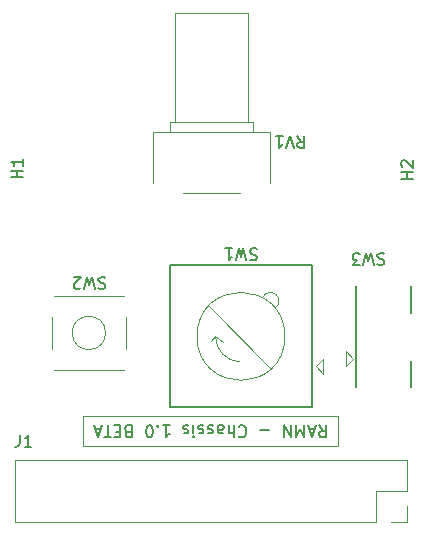
<source format=gbr>
G04 #@! TF.GenerationSoftware,KiCad,Pcbnew,(5.1.4)-1*
G04 #@! TF.CreationDate,2019-12-12T19:52:35+09:00*
G04 #@! TF.ProjectId,microcar_head,6d696372-6f63-4617-925f-686561642e6b,rev?*
G04 #@! TF.SameCoordinates,Original*
G04 #@! TF.FileFunction,Legend,Top*
G04 #@! TF.FilePolarity,Positive*
%FSLAX46Y46*%
G04 Gerber Fmt 4.6, Leading zero omitted, Abs format (unit mm)*
G04 Created by KiCad (PCBNEW (5.1.4)-1) date 2019-12-12 19:52:35*
%MOMM*%
%LPD*%
G04 APERTURE LIST*
%ADD10C,0.120000*%
%ADD11C,0.150000*%
%ADD12C,0.200000*%
G04 APERTURE END LIST*
D10*
X47625000Y-40640000D02*
X48260000Y-40005000D01*
X47625000Y-39370000D02*
X47625000Y-40640000D01*
X48260000Y-40005000D02*
X47625000Y-39370000D01*
X45720000Y-41275000D02*
X45085000Y-40640000D01*
X45720000Y-40005000D02*
X45720000Y-41275000D01*
X45085000Y-40640000D02*
X45720000Y-40005000D01*
X46990000Y-47371000D02*
X25400000Y-47371000D01*
X46990000Y-44831000D02*
X46990000Y-47371000D01*
X25400000Y-44831000D02*
X46990000Y-44831000D01*
X25400000Y-47371000D02*
X25400000Y-44831000D01*
D11*
X45361666Y-45648619D02*
X45695000Y-46124809D01*
X45933095Y-45648619D02*
X45933095Y-46648619D01*
X45552142Y-46648619D01*
X45456904Y-46601000D01*
X45409285Y-46553380D01*
X45361666Y-46458142D01*
X45361666Y-46315285D01*
X45409285Y-46220047D01*
X45456904Y-46172428D01*
X45552142Y-46124809D01*
X45933095Y-46124809D01*
X44980714Y-45934333D02*
X44504523Y-45934333D01*
X45075952Y-45648619D02*
X44742619Y-46648619D01*
X44409285Y-45648619D01*
X44075952Y-45648619D02*
X44075952Y-46648619D01*
X43742619Y-45934333D01*
X43409285Y-46648619D01*
X43409285Y-45648619D01*
X42933095Y-45648619D02*
X42933095Y-46648619D01*
X42361666Y-45648619D01*
X42361666Y-46648619D01*
X41123571Y-46029571D02*
X40361666Y-46029571D01*
X38552142Y-45743857D02*
X38599761Y-45696238D01*
X38742619Y-45648619D01*
X38837857Y-45648619D01*
X38980714Y-45696238D01*
X39075952Y-45791476D01*
X39123571Y-45886714D01*
X39171190Y-46077190D01*
X39171190Y-46220047D01*
X39123571Y-46410523D01*
X39075952Y-46505761D01*
X38980714Y-46601000D01*
X38837857Y-46648619D01*
X38742619Y-46648619D01*
X38599761Y-46601000D01*
X38552142Y-46553380D01*
X38123571Y-45648619D02*
X38123571Y-46648619D01*
X37695000Y-45648619D02*
X37695000Y-46172428D01*
X37742619Y-46267666D01*
X37837857Y-46315285D01*
X37980714Y-46315285D01*
X38075952Y-46267666D01*
X38123571Y-46220047D01*
X36790238Y-45648619D02*
X36790238Y-46172428D01*
X36837857Y-46267666D01*
X36933095Y-46315285D01*
X37123571Y-46315285D01*
X37218809Y-46267666D01*
X36790238Y-45696238D02*
X36885476Y-45648619D01*
X37123571Y-45648619D01*
X37218809Y-45696238D01*
X37266428Y-45791476D01*
X37266428Y-45886714D01*
X37218809Y-45981952D01*
X37123571Y-46029571D01*
X36885476Y-46029571D01*
X36790238Y-46077190D01*
X36361666Y-45696238D02*
X36266428Y-45648619D01*
X36075952Y-45648619D01*
X35980714Y-45696238D01*
X35933095Y-45791476D01*
X35933095Y-45839095D01*
X35980714Y-45934333D01*
X36075952Y-45981952D01*
X36218809Y-45981952D01*
X36314047Y-46029571D01*
X36361666Y-46124809D01*
X36361666Y-46172428D01*
X36314047Y-46267666D01*
X36218809Y-46315285D01*
X36075952Y-46315285D01*
X35980714Y-46267666D01*
X35552142Y-45696238D02*
X35456904Y-45648619D01*
X35266428Y-45648619D01*
X35171190Y-45696238D01*
X35123571Y-45791476D01*
X35123571Y-45839095D01*
X35171190Y-45934333D01*
X35266428Y-45981952D01*
X35409285Y-45981952D01*
X35504523Y-46029571D01*
X35552142Y-46124809D01*
X35552142Y-46172428D01*
X35504523Y-46267666D01*
X35409285Y-46315285D01*
X35266428Y-46315285D01*
X35171190Y-46267666D01*
X34695000Y-45648619D02*
X34695000Y-46315285D01*
X34695000Y-46648619D02*
X34742619Y-46601000D01*
X34695000Y-46553380D01*
X34647380Y-46601000D01*
X34695000Y-46648619D01*
X34695000Y-46553380D01*
X34266428Y-45696238D02*
X34171190Y-45648619D01*
X33980714Y-45648619D01*
X33885476Y-45696238D01*
X33837857Y-45791476D01*
X33837857Y-45839095D01*
X33885476Y-45934333D01*
X33980714Y-45981952D01*
X34123571Y-45981952D01*
X34218809Y-46029571D01*
X34266428Y-46124809D01*
X34266428Y-46172428D01*
X34218809Y-46267666D01*
X34123571Y-46315285D01*
X33980714Y-46315285D01*
X33885476Y-46267666D01*
X32123571Y-45648619D02*
X32695000Y-45648619D01*
X32409285Y-45648619D02*
X32409285Y-46648619D01*
X32504523Y-46505761D01*
X32599761Y-46410523D01*
X32695000Y-46362904D01*
X31695000Y-45743857D02*
X31647380Y-45696238D01*
X31695000Y-45648619D01*
X31742619Y-45696238D01*
X31695000Y-45743857D01*
X31695000Y-45648619D01*
X31028333Y-46648619D02*
X30933095Y-46648619D01*
X30837857Y-46601000D01*
X30790238Y-46553380D01*
X30742619Y-46458142D01*
X30695000Y-46267666D01*
X30695000Y-46029571D01*
X30742619Y-45839095D01*
X30790238Y-45743857D01*
X30837857Y-45696238D01*
X30933095Y-45648619D01*
X31028333Y-45648619D01*
X31123571Y-45696238D01*
X31171190Y-45743857D01*
X31218809Y-45839095D01*
X31266428Y-46029571D01*
X31266428Y-46267666D01*
X31218809Y-46458142D01*
X31171190Y-46553380D01*
X31123571Y-46601000D01*
X31028333Y-46648619D01*
X29171190Y-46172428D02*
X29028333Y-46124809D01*
X28980714Y-46077190D01*
X28933095Y-45981952D01*
X28933095Y-45839095D01*
X28980714Y-45743857D01*
X29028333Y-45696238D01*
X29123571Y-45648619D01*
X29504523Y-45648619D01*
X29504523Y-46648619D01*
X29171190Y-46648619D01*
X29075952Y-46601000D01*
X29028333Y-46553380D01*
X28980714Y-46458142D01*
X28980714Y-46362904D01*
X29028333Y-46267666D01*
X29075952Y-46220047D01*
X29171190Y-46172428D01*
X29504523Y-46172428D01*
X28504523Y-46172428D02*
X28171190Y-46172428D01*
X28028333Y-45648619D02*
X28504523Y-45648619D01*
X28504523Y-46648619D01*
X28028333Y-46648619D01*
X27742619Y-46648619D02*
X27171190Y-46648619D01*
X27456904Y-45648619D02*
X27456904Y-46648619D01*
X26885476Y-45934333D02*
X26409285Y-45934333D01*
X26980714Y-45648619D02*
X26647380Y-46648619D01*
X26314047Y-45648619D01*
D10*
X52765000Y-52451000D02*
X52765000Y-53781000D01*
X52765000Y-53781000D02*
X51435000Y-53781000D01*
X52765000Y-51181000D02*
X50165000Y-51181000D01*
X50165000Y-51181000D02*
X50165000Y-53781000D01*
X50165000Y-53781000D02*
X19625000Y-53781000D01*
X19625000Y-48581000D02*
X19625000Y-53781000D01*
X52765000Y-48581000D02*
X19625000Y-48581000D01*
X52765000Y-48581000D02*
X52765000Y-51181000D01*
X28976000Y-36470000D02*
X28976000Y-39150000D01*
X22736000Y-39150000D02*
X22736000Y-36470000D01*
X22886000Y-34690000D02*
X28826000Y-34690000D01*
X22886000Y-40930000D02*
X28826000Y-40930000D01*
X27270214Y-37810000D02*
G75*
G03X27270214Y-37810000I-1414214J0D01*
G01*
X36576000Y-38100000D02*
X36195000Y-38481000D01*
X36576000Y-38100000D02*
X37211000Y-38608000D01*
X38608219Y-40255274D02*
G75*
G02X36576000Y-38100000I126781J2155274D01*
G01*
X42456559Y-38100000D02*
G75*
G03X42456559Y-38100000I-3721559J0D01*
G01*
X41235000Y-40800000D02*
X36035000Y-35500000D01*
X40590020Y-34777510D02*
G75*
G02X41635000Y-35700000I644980J-322490D01*
G01*
D12*
X32735000Y-44100000D02*
X44735000Y-44100000D01*
X32735000Y-32100000D02*
X32735000Y-44100000D01*
X44735000Y-32100000D02*
X32735000Y-32100000D01*
X44735000Y-44100000D02*
X44735000Y-32100000D01*
D10*
X33115000Y-10764000D02*
X39355000Y-10764000D01*
X33115000Y-19964000D02*
X39355000Y-19964000D01*
X39355000Y-19964000D02*
X39355000Y-10764000D01*
X33115000Y-19964000D02*
X33115000Y-10764000D01*
X32715000Y-19964000D02*
X39755000Y-19964000D01*
X32715000Y-20764000D02*
X39755000Y-20764000D01*
X39755000Y-20764000D02*
X39755000Y-19964000D01*
X32715000Y-20764000D02*
X32715000Y-19964000D01*
X31265000Y-20764000D02*
X41205000Y-20764000D01*
X33791000Y-26004000D02*
X38680000Y-26004000D01*
X41205000Y-25129000D02*
X41205000Y-20764000D01*
X31265000Y-25129000D02*
X31265000Y-20764000D01*
D11*
X48500000Y-42400000D02*
X48500000Y-33800000D01*
X53100000Y-42400000D02*
X53100000Y-40200000D01*
X53100000Y-36100000D02*
X53100000Y-33800000D01*
X19986666Y-46442380D02*
X19986666Y-47156666D01*
X19939047Y-47299523D01*
X19843809Y-47394761D01*
X19700952Y-47442380D01*
X19605714Y-47442380D01*
X20986666Y-47442380D02*
X20415238Y-47442380D01*
X20700952Y-47442380D02*
X20700952Y-46442380D01*
X20605714Y-46585238D01*
X20510476Y-46680476D01*
X20415238Y-46728095D01*
X27241333Y-33123238D02*
X27098476Y-33075619D01*
X26860380Y-33075619D01*
X26765142Y-33123238D01*
X26717523Y-33170857D01*
X26669904Y-33266095D01*
X26669904Y-33361333D01*
X26717523Y-33456571D01*
X26765142Y-33504190D01*
X26860380Y-33551809D01*
X27050857Y-33599428D01*
X27146095Y-33647047D01*
X27193714Y-33694666D01*
X27241333Y-33789904D01*
X27241333Y-33885142D01*
X27193714Y-33980380D01*
X27146095Y-34028000D01*
X27050857Y-34075619D01*
X26812761Y-34075619D01*
X26669904Y-34028000D01*
X26336571Y-34075619D02*
X26098476Y-33075619D01*
X25908000Y-33789904D01*
X25717523Y-33075619D01*
X25479428Y-34075619D01*
X25146095Y-33980380D02*
X25098476Y-34028000D01*
X25003238Y-34075619D01*
X24765142Y-34075619D01*
X24669904Y-34028000D01*
X24622285Y-33980380D01*
X24574666Y-33885142D01*
X24574666Y-33789904D01*
X24622285Y-33647047D01*
X25193714Y-33075619D01*
X24574666Y-33075619D01*
X40068333Y-30710238D02*
X39925476Y-30662619D01*
X39687380Y-30662619D01*
X39592142Y-30710238D01*
X39544523Y-30757857D01*
X39496904Y-30853095D01*
X39496904Y-30948333D01*
X39544523Y-31043571D01*
X39592142Y-31091190D01*
X39687380Y-31138809D01*
X39877857Y-31186428D01*
X39973095Y-31234047D01*
X40020714Y-31281666D01*
X40068333Y-31376904D01*
X40068333Y-31472142D01*
X40020714Y-31567380D01*
X39973095Y-31615000D01*
X39877857Y-31662619D01*
X39639761Y-31662619D01*
X39496904Y-31615000D01*
X39163571Y-31662619D02*
X38925476Y-30662619D01*
X38735000Y-31376904D01*
X38544523Y-30662619D01*
X38306428Y-31662619D01*
X37401666Y-30662619D02*
X37973095Y-30662619D01*
X37687380Y-30662619D02*
X37687380Y-31662619D01*
X37782619Y-31519761D01*
X37877857Y-31424523D01*
X37973095Y-31376904D01*
X43521238Y-21137619D02*
X43854571Y-21613809D01*
X44092666Y-21137619D02*
X44092666Y-22137619D01*
X43711714Y-22137619D01*
X43616476Y-22090000D01*
X43568857Y-22042380D01*
X43521238Y-21947142D01*
X43521238Y-21804285D01*
X43568857Y-21709047D01*
X43616476Y-21661428D01*
X43711714Y-21613809D01*
X44092666Y-21613809D01*
X43235523Y-22137619D02*
X42902190Y-21137619D01*
X42568857Y-22137619D01*
X41711714Y-21137619D02*
X42283142Y-21137619D01*
X41997428Y-21137619D02*
X41997428Y-22137619D01*
X42092666Y-21994761D01*
X42187904Y-21899523D01*
X42283142Y-21851904D01*
X50863333Y-31091238D02*
X50720476Y-31043619D01*
X50482380Y-31043619D01*
X50387142Y-31091238D01*
X50339523Y-31138857D01*
X50291904Y-31234095D01*
X50291904Y-31329333D01*
X50339523Y-31424571D01*
X50387142Y-31472190D01*
X50482380Y-31519809D01*
X50672857Y-31567428D01*
X50768095Y-31615047D01*
X50815714Y-31662666D01*
X50863333Y-31757904D01*
X50863333Y-31853142D01*
X50815714Y-31948380D01*
X50768095Y-31996000D01*
X50672857Y-32043619D01*
X50434761Y-32043619D01*
X50291904Y-31996000D01*
X49958571Y-32043619D02*
X49720476Y-31043619D01*
X49530000Y-31757904D01*
X49339523Y-31043619D01*
X49101428Y-32043619D01*
X48815714Y-32043619D02*
X48196666Y-32043619D01*
X48530000Y-31662666D01*
X48387142Y-31662666D01*
X48291904Y-31615047D01*
X48244285Y-31567428D01*
X48196666Y-31472190D01*
X48196666Y-31234095D01*
X48244285Y-31138857D01*
X48291904Y-31091238D01*
X48387142Y-31043619D01*
X48672857Y-31043619D01*
X48768095Y-31091238D01*
X48815714Y-31138857D01*
X53284380Y-24764904D02*
X52284380Y-24764904D01*
X52760571Y-24764904D02*
X52760571Y-24193476D01*
X53284380Y-24193476D02*
X52284380Y-24193476D01*
X52379619Y-23764904D02*
X52332000Y-23717285D01*
X52284380Y-23622047D01*
X52284380Y-23383952D01*
X52332000Y-23288714D01*
X52379619Y-23241095D01*
X52474857Y-23193476D01*
X52570095Y-23193476D01*
X52712952Y-23241095D01*
X53284380Y-23812523D01*
X53284380Y-23193476D01*
X20264380Y-24637904D02*
X19264380Y-24637904D01*
X19740571Y-24637904D02*
X19740571Y-24066476D01*
X20264380Y-24066476D02*
X19264380Y-24066476D01*
X20264380Y-23066476D02*
X20264380Y-23637904D01*
X20264380Y-23352190D02*
X19264380Y-23352190D01*
X19407238Y-23447428D01*
X19502476Y-23542666D01*
X19550095Y-23637904D01*
M02*

</source>
